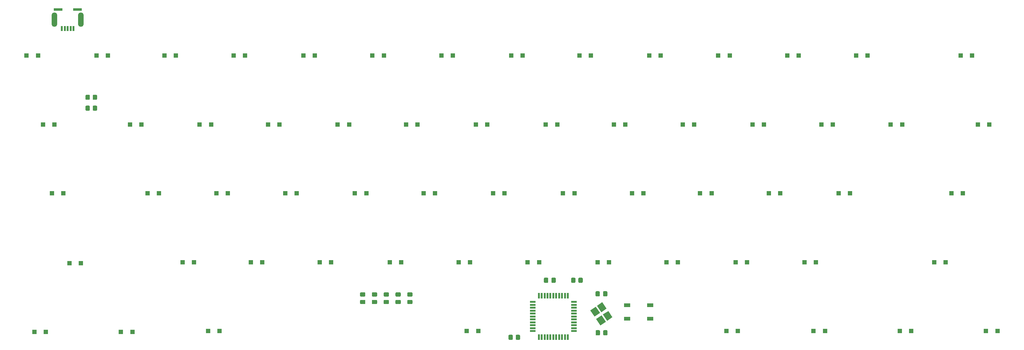
<source format=gbp>
%TF.GenerationSoftware,KiCad,Pcbnew,(5.1.10)-1*%
%TF.CreationDate,2022-03-05T23:42:07-05:00*%
%TF.ProjectId,Keebrov2,4b656562-726f-4763-922e-6b696361645f,rev?*%
%TF.SameCoordinates,Original*%
%TF.FileFunction,Paste,Bot*%
%TF.FilePolarity,Positive*%
%FSLAX46Y46*%
G04 Gerber Fmt 4.6, Leading zero omitted, Abs format (unit mm)*
G04 Created by KiCad (PCBNEW (5.1.10)-1) date 2022-03-05 23:42:07*
%MOMM*%
%LPD*%
G01*
G04 APERTURE LIST*
%ADD10C,0.100000*%
%ADD11R,1.500000X0.550000*%
%ADD12R,0.550000X1.500000*%
%ADD13R,1.700000X1.000000*%
%ADD14O,1.500000X4.000000*%
%ADD15R,0.500000X1.400000*%
%ADD16R,2.350000X0.800000*%
%ADD17R,1.200000X1.200000*%
G04 APERTURE END LIST*
D10*
%TO.C,X1*%
G36*
X176943943Y-134795792D02*
G01*
X178436210Y-133789245D01*
X179610515Y-135530224D01*
X178118248Y-136536771D01*
X176943943Y-134795792D01*
G37*
G36*
X180389485Y-135969776D02*
G01*
X181881752Y-134963229D01*
X183056057Y-136704208D01*
X181563790Y-137710755D01*
X180389485Y-135969776D01*
G37*
G36*
X178565602Y-137200001D02*
G01*
X180057869Y-136193454D01*
X181232174Y-137934433D01*
X179739907Y-138940980D01*
X178565602Y-137200001D01*
G37*
G36*
X178767826Y-133565567D02*
G01*
X180260093Y-132559020D01*
X181434398Y-134299999D01*
X179942131Y-135306546D01*
X178767826Y-133565567D01*
G37*
%TD*%
D11*
%TO.C,U1*%
X161050000Y-132500000D03*
X161050000Y-133300000D03*
X161050000Y-134100000D03*
X161050000Y-134900000D03*
X161050000Y-135700000D03*
X161050000Y-136500000D03*
X161050000Y-137300000D03*
X161050000Y-138100000D03*
X161050000Y-138900000D03*
X161050000Y-139700000D03*
X161050000Y-140500000D03*
D12*
X162750000Y-142200000D03*
X163550000Y-142200000D03*
X164350000Y-142200000D03*
X165150000Y-142200000D03*
X165950000Y-142200000D03*
X166750000Y-142200000D03*
X167550000Y-142200000D03*
X168350000Y-142200000D03*
X169150000Y-142200000D03*
X169950000Y-142200000D03*
X170750000Y-142200000D03*
D11*
X172450000Y-140500000D03*
X172450000Y-139700000D03*
X172450000Y-138900000D03*
X172450000Y-138100000D03*
X172450000Y-137300000D03*
X172450000Y-136500000D03*
X172450000Y-135700000D03*
X172450000Y-134900000D03*
X172450000Y-134100000D03*
X172450000Y-133300000D03*
X172450000Y-132500000D03*
D12*
X170750000Y-130800000D03*
X169950000Y-130800000D03*
X169150000Y-130800000D03*
X168350000Y-130800000D03*
X167550000Y-130800000D03*
X166750000Y-130800000D03*
X165950000Y-130800000D03*
X165150000Y-130800000D03*
X164350000Y-130800000D03*
X163550000Y-130800000D03*
X162750000Y-130800000D03*
%TD*%
D13*
%TO.C,SW1*%
X187100000Y-137150000D03*
X193400000Y-137150000D03*
X187100000Y-133350000D03*
X193400000Y-133350000D03*
%TD*%
%TO.C,R4*%
G36*
G01*
X39100000Y-75549999D02*
X39100000Y-76450001D01*
G75*
G02*
X38850001Y-76700000I-249999J0D01*
G01*
X38149999Y-76700000D01*
G75*
G02*
X37900000Y-76450001I0J249999D01*
G01*
X37900000Y-75549999D01*
G75*
G02*
X38149999Y-75300000I249999J0D01*
G01*
X38850001Y-75300000D01*
G75*
G02*
X39100000Y-75549999I0J-249999D01*
G01*
G37*
G36*
G01*
X41100000Y-75549999D02*
X41100000Y-76450001D01*
G75*
G02*
X40850001Y-76700000I-249999J0D01*
G01*
X40149999Y-76700000D01*
G75*
G02*
X39900000Y-76450001I0J249999D01*
G01*
X39900000Y-75549999D01*
G75*
G02*
X40149999Y-75300000I249999J0D01*
G01*
X40850001Y-75300000D01*
G75*
G02*
X41100000Y-75549999I0J-249999D01*
G01*
G37*
%TD*%
%TO.C,R3*%
G36*
G01*
X39100000Y-78549999D02*
X39100000Y-79450001D01*
G75*
G02*
X38850001Y-79700000I-249999J0D01*
G01*
X38149999Y-79700000D01*
G75*
G02*
X37900000Y-79450001I0J249999D01*
G01*
X37900000Y-78549999D01*
G75*
G02*
X38149999Y-78300000I249999J0D01*
G01*
X38850001Y-78300000D01*
G75*
G02*
X39100000Y-78549999I0J-249999D01*
G01*
G37*
G36*
G01*
X41100000Y-78549999D02*
X41100000Y-79450001D01*
G75*
G02*
X40850001Y-79700000I-249999J0D01*
G01*
X40149999Y-79700000D01*
G75*
G02*
X39900000Y-79450001I0J249999D01*
G01*
X39900000Y-78549999D01*
G75*
G02*
X40149999Y-78300000I249999J0D01*
G01*
X40850001Y-78300000D01*
G75*
G02*
X41100000Y-78549999I0J-249999D01*
G01*
G37*
%TD*%
%TO.C,R2*%
G36*
G01*
X156400000Y-142700001D02*
X156400000Y-141799999D01*
G75*
G02*
X156649999Y-141550000I249999J0D01*
G01*
X157350001Y-141550000D01*
G75*
G02*
X157600000Y-141799999I0J-249999D01*
G01*
X157600000Y-142700001D01*
G75*
G02*
X157350001Y-142950000I-249999J0D01*
G01*
X156649999Y-142950000D01*
G75*
G02*
X156400000Y-142700001I0J249999D01*
G01*
G37*
G36*
G01*
X154400000Y-142700001D02*
X154400000Y-141799999D01*
G75*
G02*
X154649999Y-141550000I249999J0D01*
G01*
X155350001Y-141550000D01*
G75*
G02*
X155600000Y-141799999I0J-249999D01*
G01*
X155600000Y-142700001D01*
G75*
G02*
X155350001Y-142950000I-249999J0D01*
G01*
X154649999Y-142950000D01*
G75*
G02*
X154400000Y-142700001I0J249999D01*
G01*
G37*
%TD*%
%TO.C,R1*%
G36*
G01*
X172850000Y-126049999D02*
X172850000Y-126950001D01*
G75*
G02*
X172600001Y-127200000I-249999J0D01*
G01*
X171899999Y-127200000D01*
G75*
G02*
X171650000Y-126950001I0J249999D01*
G01*
X171650000Y-126049999D01*
G75*
G02*
X171899999Y-125800000I249999J0D01*
G01*
X172600001Y-125800000D01*
G75*
G02*
X172850000Y-126049999I0J-249999D01*
G01*
G37*
G36*
G01*
X174850000Y-126049999D02*
X174850000Y-126950001D01*
G75*
G02*
X174600001Y-127200000I-249999J0D01*
G01*
X173899999Y-127200000D01*
G75*
G02*
X173650000Y-126950001I0J249999D01*
G01*
X173650000Y-126049999D01*
G75*
G02*
X173899999Y-125800000I249999J0D01*
G01*
X174600001Y-125800000D01*
G75*
G02*
X174850000Y-126049999I0J-249999D01*
G01*
G37*
%TD*%
D14*
%TO.C,J1*%
X36650000Y-54600000D03*
X29350000Y-54600000D03*
D15*
X34600000Y-57000000D03*
X33800000Y-57000000D03*
X33000000Y-57000000D03*
X32200000Y-57000000D03*
X31400000Y-57000000D03*
D16*
X30325000Y-51800000D03*
X35675000Y-51800000D03*
%TD*%
D17*
%TO.C,D61*%
X289075000Y-140500000D03*
X285925000Y-140500000D03*
%TD*%
%TO.C,D60*%
X274825000Y-121500000D03*
X271675000Y-121500000D03*
%TD*%
%TO.C,D59*%
X286825000Y-83500000D03*
X283675000Y-83500000D03*
%TD*%
%TO.C,D58*%
X282075000Y-64500000D03*
X278925000Y-64500000D03*
%TD*%
%TO.C,D57*%
X265325000Y-140500000D03*
X262175000Y-140500000D03*
%TD*%
%TO.C,D56*%
X279575000Y-102500000D03*
X276425000Y-102500000D03*
%TD*%
%TO.C,D55*%
X262825000Y-83500000D03*
X259675000Y-83500000D03*
%TD*%
%TO.C,D54*%
X253325000Y-64500000D03*
X250175000Y-64500000D03*
%TD*%
%TO.C,D53*%
X241575000Y-140500000D03*
X238425000Y-140500000D03*
%TD*%
%TO.C,D52*%
X239075000Y-121500000D03*
X235925000Y-121500000D03*
%TD*%
%TO.C,D51*%
X248500000Y-102500000D03*
X245350000Y-102500000D03*
%TD*%
%TO.C,D50*%
X243750000Y-83500000D03*
X240600000Y-83500000D03*
%TD*%
%TO.C,D49*%
X234325000Y-64500000D03*
X231175000Y-64500000D03*
%TD*%
%TO.C,D48*%
X217575000Y-140500000D03*
X214425000Y-140500000D03*
%TD*%
%TO.C,D47*%
X220075000Y-121500000D03*
X216925000Y-121500000D03*
%TD*%
%TO.C,D46*%
X229250000Y-102500000D03*
X226100000Y-102500000D03*
%TD*%
%TO.C,D45*%
X224750000Y-83500000D03*
X221600000Y-83500000D03*
%TD*%
%TO.C,D44*%
X215325000Y-64500000D03*
X212175000Y-64500000D03*
%TD*%
%TO.C,D43*%
X201025000Y-121500000D03*
X197875000Y-121500000D03*
%TD*%
%TO.C,D42*%
X210325000Y-102500000D03*
X207175000Y-102500000D03*
%TD*%
%TO.C,D41*%
X205575000Y-83500000D03*
X202425000Y-83500000D03*
%TD*%
%TO.C,D40*%
X196325000Y-64500000D03*
X193175000Y-64500000D03*
%TD*%
%TO.C,D39*%
X182075000Y-121500000D03*
X178925000Y-121500000D03*
%TD*%
%TO.C,D38*%
X191575000Y-102500000D03*
X188425000Y-102500000D03*
%TD*%
%TO.C,D37*%
X186575000Y-83500000D03*
X183425000Y-83500000D03*
%TD*%
%TO.C,D36*%
X177075000Y-64500000D03*
X173925000Y-64500000D03*
%TD*%
%TO.C,D35*%
X162825000Y-121500000D03*
X159675000Y-121500000D03*
%TD*%
%TO.C,D34*%
X172575000Y-102500000D03*
X169425000Y-102500000D03*
%TD*%
%TO.C,D33*%
X167825000Y-83500000D03*
X164675000Y-83500000D03*
%TD*%
%TO.C,D32*%
X158325000Y-64500000D03*
X155175000Y-64500000D03*
%TD*%
%TO.C,D31*%
X146075000Y-140500000D03*
X142925000Y-140500000D03*
%TD*%
%TO.C,D30*%
X143825000Y-121500000D03*
X140675000Y-121500000D03*
%TD*%
%TO.C,D29*%
X153325000Y-102500000D03*
X150175000Y-102500000D03*
%TD*%
%TO.C,D28*%
X148575000Y-83500000D03*
X145425000Y-83500000D03*
%TD*%
%TO.C,D27*%
X139075000Y-64500000D03*
X135925000Y-64500000D03*
%TD*%
%TO.C,D26*%
X124825000Y-121500000D03*
X121675000Y-121500000D03*
%TD*%
%TO.C,D25*%
X134175000Y-102500000D03*
X131025000Y-102500000D03*
%TD*%
%TO.C,D24*%
X129325000Y-83500000D03*
X126175000Y-83500000D03*
%TD*%
%TO.C,D23*%
X120075000Y-64500000D03*
X116925000Y-64500000D03*
%TD*%
%TO.C,D22*%
X105575000Y-121500000D03*
X102425000Y-121500000D03*
%TD*%
%TO.C,D21*%
X115250000Y-102500000D03*
X112100000Y-102500000D03*
%TD*%
%TO.C,D20*%
X110500000Y-83500000D03*
X107350000Y-83500000D03*
%TD*%
%TO.C,D19*%
X101075000Y-64500000D03*
X97925000Y-64500000D03*
%TD*%
%TO.C,D18*%
X86575000Y-121500000D03*
X83425000Y-121500000D03*
%TD*%
%TO.C,D17*%
X96075000Y-102500000D03*
X92925000Y-102500000D03*
%TD*%
%TO.C,D16*%
X91325000Y-83500000D03*
X88175000Y-83500000D03*
%TD*%
%TO.C,D15*%
X81825000Y-64500000D03*
X78675000Y-64500000D03*
%TD*%
%TO.C,D14*%
X74825000Y-140500000D03*
X71675000Y-140500000D03*
%TD*%
%TO.C,D13*%
X67825000Y-121500000D03*
X64675000Y-121500000D03*
%TD*%
%TO.C,D12*%
X77075000Y-102500000D03*
X73925000Y-102500000D03*
%TD*%
%TO.C,D11*%
X72500000Y-83500000D03*
X69350000Y-83500000D03*
%TD*%
%TO.C,D10*%
X62825000Y-64500000D03*
X59675000Y-64500000D03*
%TD*%
%TO.C,D9*%
X50825000Y-140750000D03*
X47675000Y-140750000D03*
%TD*%
%TO.C,D8*%
X58125000Y-102500000D03*
X54975000Y-102500000D03*
%TD*%
%TO.C,D7*%
X53325000Y-83500000D03*
X50175000Y-83500000D03*
%TD*%
%TO.C,D6*%
X44075000Y-64500000D03*
X40925000Y-64500000D03*
%TD*%
%TO.C,D5*%
X27000000Y-140750000D03*
X23850000Y-140750000D03*
%TD*%
%TO.C,D4*%
X36625000Y-121750000D03*
X33475000Y-121750000D03*
%TD*%
%TO.C,D3*%
X31825000Y-102500000D03*
X28675000Y-102500000D03*
%TD*%
%TO.C,D2*%
X29325000Y-83500000D03*
X26175000Y-83500000D03*
%TD*%
%TO.C,D1*%
X24825000Y-64500000D03*
X21675000Y-64500000D03*
%TD*%
%TO.C,C8*%
G36*
G01*
X165337500Y-126025000D02*
X165337500Y-126975000D01*
G75*
G02*
X165087500Y-127225000I-250000J0D01*
G01*
X164412500Y-127225000D01*
G75*
G02*
X164162500Y-126975000I0J250000D01*
G01*
X164162500Y-126025000D01*
G75*
G02*
X164412500Y-125775000I250000J0D01*
G01*
X165087500Y-125775000D01*
G75*
G02*
X165337500Y-126025000I0J-250000D01*
G01*
G37*
G36*
G01*
X167412500Y-126025000D02*
X167412500Y-126975000D01*
G75*
G02*
X167162500Y-127225000I-250000J0D01*
G01*
X166487500Y-127225000D01*
G75*
G02*
X166237500Y-126975000I0J250000D01*
G01*
X166237500Y-126025000D01*
G75*
G02*
X166487500Y-125775000I250000J0D01*
G01*
X167162500Y-125775000D01*
G75*
G02*
X167412500Y-126025000I0J-250000D01*
G01*
G37*
%TD*%
%TO.C,C7*%
G36*
G01*
X113775000Y-131912500D02*
X114725000Y-131912500D01*
G75*
G02*
X114975000Y-132162500I0J-250000D01*
G01*
X114975000Y-132837500D01*
G75*
G02*
X114725000Y-133087500I-250000J0D01*
G01*
X113775000Y-133087500D01*
G75*
G02*
X113525000Y-132837500I0J250000D01*
G01*
X113525000Y-132162500D01*
G75*
G02*
X113775000Y-131912500I250000J0D01*
G01*
G37*
G36*
G01*
X113775000Y-129837500D02*
X114725000Y-129837500D01*
G75*
G02*
X114975000Y-130087500I0J-250000D01*
G01*
X114975000Y-130762500D01*
G75*
G02*
X114725000Y-131012500I-250000J0D01*
G01*
X113775000Y-131012500D01*
G75*
G02*
X113525000Y-130762500I0J250000D01*
G01*
X113525000Y-130087500D01*
G75*
G02*
X113775000Y-129837500I250000J0D01*
G01*
G37*
%TD*%
%TO.C,C6*%
G36*
G01*
X117025000Y-131912500D02*
X117975000Y-131912500D01*
G75*
G02*
X118225000Y-132162500I0J-250000D01*
G01*
X118225000Y-132837500D01*
G75*
G02*
X117975000Y-133087500I-250000J0D01*
G01*
X117025000Y-133087500D01*
G75*
G02*
X116775000Y-132837500I0J250000D01*
G01*
X116775000Y-132162500D01*
G75*
G02*
X117025000Y-131912500I250000J0D01*
G01*
G37*
G36*
G01*
X117025000Y-129837500D02*
X117975000Y-129837500D01*
G75*
G02*
X118225000Y-130087500I0J-250000D01*
G01*
X118225000Y-130762500D01*
G75*
G02*
X117975000Y-131012500I-250000J0D01*
G01*
X117025000Y-131012500D01*
G75*
G02*
X116775000Y-130762500I0J250000D01*
G01*
X116775000Y-130087500D01*
G75*
G02*
X117025000Y-129837500I250000J0D01*
G01*
G37*
%TD*%
%TO.C,C5*%
G36*
G01*
X120275000Y-131912500D02*
X121225000Y-131912500D01*
G75*
G02*
X121475000Y-132162500I0J-250000D01*
G01*
X121475000Y-132837500D01*
G75*
G02*
X121225000Y-133087500I-250000J0D01*
G01*
X120275000Y-133087500D01*
G75*
G02*
X120025000Y-132837500I0J250000D01*
G01*
X120025000Y-132162500D01*
G75*
G02*
X120275000Y-131912500I250000J0D01*
G01*
G37*
G36*
G01*
X120275000Y-129837500D02*
X121225000Y-129837500D01*
G75*
G02*
X121475000Y-130087500I0J-250000D01*
G01*
X121475000Y-130762500D01*
G75*
G02*
X121225000Y-131012500I-250000J0D01*
G01*
X120275000Y-131012500D01*
G75*
G02*
X120025000Y-130762500I0J250000D01*
G01*
X120025000Y-130087500D01*
G75*
G02*
X120275000Y-129837500I250000J0D01*
G01*
G37*
%TD*%
%TO.C,C4*%
G36*
G01*
X123525000Y-131912500D02*
X124475000Y-131912500D01*
G75*
G02*
X124725000Y-132162500I0J-250000D01*
G01*
X124725000Y-132837500D01*
G75*
G02*
X124475000Y-133087500I-250000J0D01*
G01*
X123525000Y-133087500D01*
G75*
G02*
X123275000Y-132837500I0J250000D01*
G01*
X123275000Y-132162500D01*
G75*
G02*
X123525000Y-131912500I250000J0D01*
G01*
G37*
G36*
G01*
X123525000Y-129837500D02*
X124475000Y-129837500D01*
G75*
G02*
X124725000Y-130087500I0J-250000D01*
G01*
X124725000Y-130762500D01*
G75*
G02*
X124475000Y-131012500I-250000J0D01*
G01*
X123525000Y-131012500D01*
G75*
G02*
X123275000Y-130762500I0J250000D01*
G01*
X123275000Y-130087500D01*
G75*
G02*
X123525000Y-129837500I250000J0D01*
G01*
G37*
%TD*%
%TO.C,C3*%
G36*
G01*
X126775000Y-131912500D02*
X127725000Y-131912500D01*
G75*
G02*
X127975000Y-132162500I0J-250000D01*
G01*
X127975000Y-132837500D01*
G75*
G02*
X127725000Y-133087500I-250000J0D01*
G01*
X126775000Y-133087500D01*
G75*
G02*
X126525000Y-132837500I0J250000D01*
G01*
X126525000Y-132162500D01*
G75*
G02*
X126775000Y-131912500I250000J0D01*
G01*
G37*
G36*
G01*
X126775000Y-129837500D02*
X127725000Y-129837500D01*
G75*
G02*
X127975000Y-130087500I0J-250000D01*
G01*
X127975000Y-130762500D01*
G75*
G02*
X127725000Y-131012500I-250000J0D01*
G01*
X126775000Y-131012500D01*
G75*
G02*
X126525000Y-130762500I0J250000D01*
G01*
X126525000Y-130087500D01*
G75*
G02*
X126775000Y-129837500I250000J0D01*
G01*
G37*
%TD*%
%TO.C,C2*%
G36*
G01*
X180487500Y-141475000D02*
X180487500Y-140525000D01*
G75*
G02*
X180737500Y-140275000I250000J0D01*
G01*
X181412500Y-140275000D01*
G75*
G02*
X181662500Y-140525000I0J-250000D01*
G01*
X181662500Y-141475000D01*
G75*
G02*
X181412500Y-141725000I-250000J0D01*
G01*
X180737500Y-141725000D01*
G75*
G02*
X180487500Y-141475000I0J250000D01*
G01*
G37*
G36*
G01*
X178412500Y-141475000D02*
X178412500Y-140525000D01*
G75*
G02*
X178662500Y-140275000I250000J0D01*
G01*
X179337500Y-140275000D01*
G75*
G02*
X179587500Y-140525000I0J-250000D01*
G01*
X179587500Y-141475000D01*
G75*
G02*
X179337500Y-141725000I-250000J0D01*
G01*
X178662500Y-141725000D01*
G75*
G02*
X178412500Y-141475000I0J250000D01*
G01*
G37*
%TD*%
%TO.C,C1*%
G36*
G01*
X180450000Y-130725000D02*
X180450000Y-129775000D01*
G75*
G02*
X180700000Y-129525000I250000J0D01*
G01*
X181375000Y-129525000D01*
G75*
G02*
X181625000Y-129775000I0J-250000D01*
G01*
X181625000Y-130725000D01*
G75*
G02*
X181375000Y-130975000I-250000J0D01*
G01*
X180700000Y-130975000D01*
G75*
G02*
X180450000Y-130725000I0J250000D01*
G01*
G37*
G36*
G01*
X178375000Y-130725000D02*
X178375000Y-129775000D01*
G75*
G02*
X178625000Y-129525000I250000J0D01*
G01*
X179300000Y-129525000D01*
G75*
G02*
X179550000Y-129775000I0J-250000D01*
G01*
X179550000Y-130725000D01*
G75*
G02*
X179300000Y-130975000I-250000J0D01*
G01*
X178625000Y-130975000D01*
G75*
G02*
X178375000Y-130725000I0J250000D01*
G01*
G37*
%TD*%
M02*

</source>
